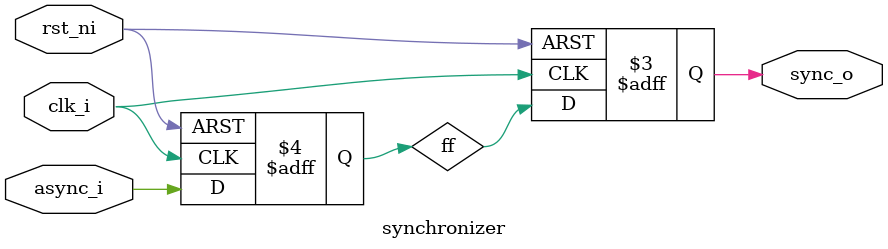
<source format=sv>
module synchronizer (
    input logic clk_i,
    input logic rst_ni,

    input logic async_i,

    output logic sync_o
);

	logic ff;

    always_ff @(posedge clk_i or negedge rst_ni) begin
        if (!rst_ni) begin
            ff <= 1'b0;
            sync_o <= 1'b0;
        end else begin
            ff <= async_i;
            sync_o <= ff;
        end
    end

endmodule
</source>
